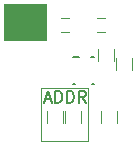
<source format=gbr>
G04 #@! TF.GenerationSoftware,KiCad,Pcbnew,(5.1.6-14-g3ac0951e1-dirty)*
G04 #@! TF.CreationDate,2021-04-17T10:51:59+02:00*
G04 #@! TF.ProjectId,A003.0000017200_DM.ADS7142.BOB,41303033-2e30-4303-9030-303137323030,rev?*
G04 #@! TF.SameCoordinates,Original*
G04 #@! TF.FileFunction,Legend,Top*
G04 #@! TF.FilePolarity,Positive*
%FSLAX46Y46*%
G04 Gerber Fmt 4.6, Leading zero omitted, Abs format (unit mm)*
G04 Created by KiCad (PCBNEW (5.1.6-14-g3ac0951e1-dirty)) date 2021-04-17 10:51:59*
%MOMM*%
%LPD*%
G01*
G04 APERTURE LIST*
%ADD10C,0.150000*%
%ADD11C,0.120000*%
%ADD12C,0.100000*%
%ADD13C,0.152400*%
G04 APERTURE END LIST*
D10*
X128690904Y-82335666D02*
X129167095Y-82335666D01*
X128595666Y-82621380D02*
X128929000Y-81621380D01*
X129262333Y-82621380D01*
X129595666Y-82621380D02*
X129595666Y-81621380D01*
X129833761Y-81621380D01*
X129976619Y-81669000D01*
X130071857Y-81764238D01*
X130119476Y-81859476D01*
X130167095Y-82049952D01*
X130167095Y-82192809D01*
X130119476Y-82383285D01*
X130071857Y-82478523D01*
X129976619Y-82573761D01*
X129833761Y-82621380D01*
X129595666Y-82621380D01*
X130595666Y-82621380D02*
X130595666Y-81621380D01*
X130833761Y-81621380D01*
X130976619Y-81669000D01*
X131071857Y-81764238D01*
X131119476Y-81859476D01*
X131167095Y-82049952D01*
X131167095Y-82192809D01*
X131119476Y-82383285D01*
X131071857Y-82478523D01*
X130976619Y-82573761D01*
X130833761Y-82621380D01*
X130595666Y-82621380D01*
X132167095Y-82621380D02*
X131833761Y-82145190D01*
X131595666Y-82621380D02*
X131595666Y-81621380D01*
X131976619Y-81621380D01*
X132071857Y-81669000D01*
X132119476Y-81716619D01*
X132167095Y-81811857D01*
X132167095Y-81954714D01*
X132119476Y-82049952D01*
X132071857Y-82097571D01*
X131976619Y-82145190D01*
X131595666Y-82145190D01*
D11*
X128397000Y-85852000D02*
X128397000Y-81407000D01*
X132334000Y-85852000D02*
X128397000Y-85852000D01*
X132334000Y-81407000D02*
X132334000Y-85852000D01*
X128397000Y-81407000D02*
X132334000Y-81407000D01*
D12*
G36*
X128778000Y-77343000D02*
G01*
X125222000Y-77343000D01*
X125222000Y-74295000D01*
X128778000Y-74295000D01*
X128778000Y-77343000D01*
G37*
X128778000Y-77343000D02*
X125222000Y-77343000D01*
X125222000Y-74295000D01*
X128778000Y-74295000D01*
X128778000Y-77343000D01*
D11*
X134792000Y-83320000D02*
X134792000Y-84320000D01*
X133432000Y-84320000D02*
X133432000Y-83320000D01*
X134702000Y-79875000D02*
X134702000Y-78875000D01*
X136062000Y-78875000D02*
X136062000Y-79875000D01*
X133178000Y-79113000D02*
X133178000Y-78113000D01*
X134538000Y-78113000D02*
X134538000Y-79113000D01*
D13*
X131052999Y-81033000D02*
X131252999Y-81033000D01*
X132653001Y-81033000D02*
X132853001Y-81033000D01*
X131052999Y-78733000D02*
X131553001Y-78733000D01*
X132628000Y-78733000D02*
X132828000Y-78733000D01*
D11*
X128860000Y-84320000D02*
X128860000Y-83320000D01*
X130220000Y-83320000D02*
X130220000Y-84320000D01*
X131744000Y-83320000D02*
X131744000Y-84320000D01*
X130384000Y-84320000D02*
X130384000Y-83320000D01*
X133127000Y-75473000D02*
X133827000Y-75473000D01*
X133827000Y-76673000D02*
X133127000Y-76673000D01*
X130779000Y-76673000D02*
X130079000Y-76673000D01*
X130079000Y-75473000D02*
X130779000Y-75473000D01*
M02*

</source>
